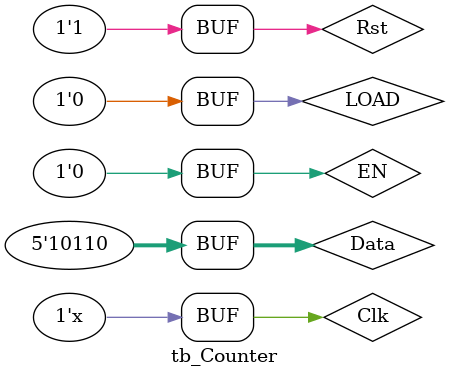
<source format=v>
`timescale 1ns / 1ps


module tb_Counter();
reg [4:0] Data;
reg EN,LOAD,Clk,Rst;
wire [4:0] Dout;
wire carry;

initial begin
    Data=5'b10110;
    EN=1'b1;
    LOAD=1'b0;
    Clk=1'b0;
    Rst=1'b0;
    #20
    Rst=1'b1;
    #200
    LOAD=1'b1;
    #10
    LOAD=1'b0;
    #200
    EN=1'b0;
end
always #5 Clk=~Clk;
CounterN C(
    .Data(Data),
    .EN(EN),
    .LOAD(LOAD),
    .rst(Rst),
    .Clk(Clk),
    .Dout(Dout),
    .carry(carry)

);
endmodule

</source>
